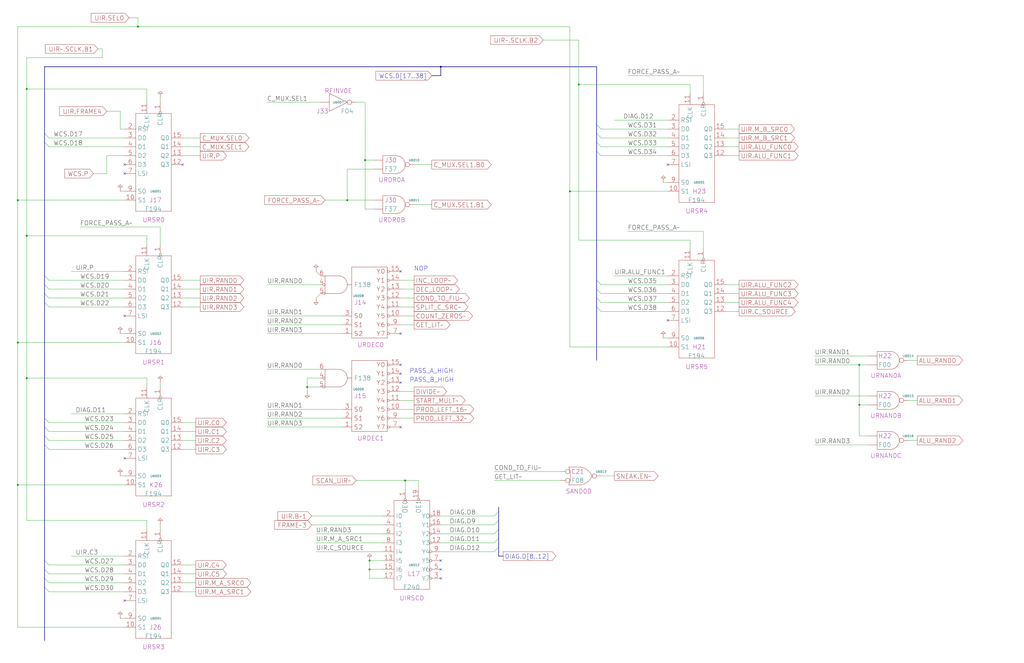
<source format=kicad_sch>
(kicad_sch (version 20230121) (generator eeschema)
  (paper "User" 584.2 378.46)
  (title_block (title "WRITABLE CONTROL STORE\\nMICRO INSTRUCTION REGISTER") (date "22-MAR-90") (rev "1.0") (comment 1 "VALUE") (comment 2 "232-003063") (comment 3 "S400") (comment 4 "RELEASED"))
  (lib_symbols
    (symbol "r1000:F00" (pin_numbers hide) (pin_names hide)
      (property "Reference" "U" (at 15.24 0 0))
      (property "Value" "F00" (at 1.905 -5.08 0))
      (property "Location" "___" (at 1.905 0 0))
      (property "Name" "______" (at 2.54 -12.7 0))
      (symbol "F00_0_1"
        (polyline (pts (xy -2.54 -7.62) (xy 5.08 -7.62)) (stroke (width 0.1524)))
        (polyline (pts (xy -2.54 2.54) (xy -2.54 -7.62)) (stroke (width 0.1524)))
        (polyline (pts (xy -2.54 2.54) (xy 5.08 2.54)) (stroke (width 0.1524)))
        (arc (start 5.08 -7.62) (mid 10.1282 -2.54) (end 5.08 2.54) (stroke (width 0.1524)))
        (circle (center 11.43 -2.54) (radius 1.27) (stroke (width 0.1524)))
      )
      (symbol "F00_0_2"
        (circle (center -3.81 -5.08) (radius 1.27) (stroke (width 0.1524)))
        (circle (center -3.81 0) (radius 1.27) (stroke (width 0.1524)))
        (arc (start -3.175 -7.62) (mid -2.134 -2.54) (end -3.175 2.54) (stroke (width 0.1524)))
        (polyline (pts (xy -3.175 -7.62) (xy 3.81 -7.62)) (stroke (width 0.1524)))
        (polyline (pts (xy -3.175 2.54) (xy 3.81 2.54)) (stroke (width 0.1524)))
        (arc (start 3.81 -7.62) (mid 7.5855 -5.8306) (end 10.16 -2.54) (stroke (width 0.1524)))
        (arc (start 10.16 -2.54) (mid 7.5827 0.7471) (end 3.81 2.54) (stroke (width 0.1524)))
      )
      (symbol "F00_1_1"
        (pin input line (at -7.62 0 0) (length 5.08) (name "D0") (number "1"))
        (pin input line (at -7.62 -5.08 0) (length 5.08) (name "D1") (number "2"))
        (pin output line (at 15.24 -2.54 180) (length 2.54) (name "Q") (number "3"))
      )
      (symbol "F00_1_2"
        (pin input line (at -7.62 0 0) (length 2.54) (name "D0") (number "1"))
        (pin input line (at -7.62 -5.08 0) (length 2.54) (name "D1") (number "2"))
        (pin output line (at 15.24 -2.54 180) (length 5.08) (name "Q") (number "3"))
      )
    )
    (symbol "r1000:F04" (pin_numbers hide) (pin_names hide)
      (property "Reference" "U" (at 0 0 0))
      (property "Value" "F04" (at 1.27 -5.08 0))
      (property "Location" "___" (at -12.7 -5.08 0))
      (property "Name" "______" (at 0 5.08 0))
      (symbol "F04_0_1"
        (polyline (pts (xy -7.62 0) (xy -5.08 0)) (stroke (width 0.1524)))
        (polyline (pts (xy -5.08 5.08) (xy -5.08 -5.08)) (stroke (width 0.1524)))
        (polyline (pts (xy 5.08 0) (xy -5.08 -5.08)) (stroke (width 0.1524)))
        (polyline (pts (xy 5.08 0) (xy -5.08 5.08)) (stroke (width 0.1524)))
        (circle (center 6.35 0) (radius 1.27) (stroke (width 0.1524)))
      )
      (symbol "F04_1_1"
        (pin input line (at -10.16 0 0) (length 2.54) (name "D0") (number "1"))
        (pin output line (at 10.16 0 180) (length 2.54) (name "Q") (number "2"))
      )
    )
    (symbol "r1000:F08" (pin_numbers hide) (pin_names hide)
      (property "Reference" "U" (at 15.24 0 0))
      (property "Value" "F08" (at 1.905 -5.08 0))
      (property "Location" "___" (at 1.905 0 0))
      (property "Name" "______" (at 2.54 -12.7 0))
      (symbol "F08_0_1"
        (polyline (pts (xy -2.54 -7.62) (xy 5.08 -7.62)) (stroke (width 0.1524)))
        (polyline (pts (xy -2.54 2.54) (xy -2.54 -7.62)) (stroke (width 0.1524)))
        (polyline (pts (xy -2.54 2.54) (xy 5.08 2.54)) (stroke (width 0.1524)))
        (arc (start 5.08 -7.62) (mid 10.1282 -2.54) (end 5.08 2.54) (stroke (width 0.1524)))
      )
      (symbol "F08_0_2"
        (circle (center -3.81 -5.08) (radius 1.27) (stroke (width 0.1524)))
        (circle (center -3.81 0) (radius 1.27) (stroke (width 0.1524)))
        (arc (start -3.175 -7.62) (mid -2.134 -2.54) (end -3.175 2.54) (stroke (width 0.1524)))
        (polyline (pts (xy -3.175 -7.62) (xy 3.81 -7.62)) (stroke (width 0.1524)))
        (polyline (pts (xy -3.175 2.54) (xy 3.81 2.54)) (stroke (width 0.1524)))
        (arc (start 3.81 -7.62) (mid 7.5855 -5.8306) (end 10.16 -2.54) (stroke (width 0.1524)))
        (arc (start 10.16 -2.54) (mid 7.5827 0.7471) (end 3.81 2.54) (stroke (width 0.1524)))
        (circle (center 11.43 -2.54) (radius 1.27) (stroke (width 0.1524)))
      )
      (symbol "F08_1_1"
        (pin input line (at -7.62 0 0) (length 5.08) (name "D0") (number "1"))
        (pin input line (at -7.62 -5.08 0) (length 5.08) (name "D1") (number "2"))
        (pin output line (at 15.24 -2.54 180) (length 5.08) (name "Q") (number "3"))
      )
      (symbol "F08_1_2"
        (pin input line (at -7.62 0 0) (length 2.54) (name "D0") (number "1"))
        (pin input line (at -7.62 -5.08 0) (length 2.54) (name "D1") (number "2"))
        (pin output line (at 15.24 -2.54 180) (length 2.54) (name "Q") (number "3"))
      )
    )
    (symbol "r1000:F138" (pin_names (offset 1.016) hide)
      (property "Reference" "U" (at 1.27 3.81 0))
      (property "Value" "F138" (at -1.27 10.16 0))
      (property "Location" "___" (at -1.27 0 0))
      (property "Name" "______" (at 8.255 -24.13 0))
      (symbol "F138_0_0"
        (arc (start -10.16 5.08) (mid -6.5679 6.5679) (end -5.08 10.16) (stroke (width 0.1524)))
        (arc (start -5.08 10.16) (mid -6.5679 13.7521) (end -10.16 15.24) (stroke (width 0.1524)))
        (polyline (pts (xy -17.78 5.08) (xy -10.16 5.08)) (stroke (width 0.1524)))
        (polyline (pts (xy -17.78 15.24) (xy -10.16 15.24)) (stroke (width 0.1524)))
      )
      (symbol "F138_0_1"
        (circle (center -18.415 5.08) (radius 0.635) (stroke (width 0.1524)))
        (circle (center -18.415 10.16) (radius 0.635) (stroke (width 0.1524)))
        (rectangle (start -2.54 20.32) (end 17.78 -20.32) (stroke (width 0.1524)))
        (polyline (pts (xy -19.05 15.24) (xy -17.78 15.24)) (stroke (width 0.1524)))
        (polyline (pts (xy -17.78 15.24) (xy -17.78 5.08)) (stroke (width 0.1524)))
        (polyline (pts (xy -2.54 10.16) (xy -5.08 10.16)) (stroke (width 0.1524)))
      )
      (symbol "F138_1_1"
        (circle (center 18.415 -17.78) (radius 0.635))
        (circle (center 18.415 -12.7) (radius 0.635))
        (circle (center 18.415 -7.62) (radius 0.635))
        (circle (center 18.415 -2.54) (radius 0.635))
        (circle (center 18.415 2.54) (radius 0.635))
        (circle (center 18.415 7.62) (radius 0.635))
        (circle (center 18.415 12.7) (radius 0.635))
        (circle (center 18.415 17.78) (radius 0.635))
        (text "0" (at 2.54 -7.62 0) (effects (font (size 2.54 2.54))))
        (text "0" (at 15.24 17.78 0) (effects (font (size 2.54 2.54))))
        (text "1" (at 2.54 -12.7 0) (effects (font (size 2.54 2.54))))
        (text "1" (at 15.24 12.7 0) (effects (font (size 2.54 2.54))))
        (text "2" (at 2.54 -17.78 0) (effects (font (size 2.54 2.54))))
        (text "2" (at 15.24 7.62 0) (effects (font (size 2.54 2.54))))
        (text "3" (at 15.24 2.54 0) (effects (font (size 2.54 2.54))))
        (text "4" (at 15.24 -2.54 0) (effects (font (size 2.54 2.54))))
        (text "5" (at 15.24 -7.62 0) (effects (font (size 2.54 2.54))))
        (text "6" (at 15.24 -12.7 0) (effects (font (size 2.54 2.54))))
        (text "7" (at 15.24 -17.78 0) (effects (font (size 2.54 2.54))))
        (text "S" (at 0 -17.78 0) (effects (font (size 2.54 2.54))))
        (text "S" (at 0 -12.7 0) (effects (font (size 2.54 2.54))))
        (text "S" (at 0 -7.62 0) (effects (font (size 2.54 2.54))))
        (text "Y" (at 12.7 -17.78 0) (effects (font (size 2.54 2.54))))
        (text "Y" (at 12.7 -12.7 0) (effects (font (size 2.54 2.54))))
        (text "Y" (at 12.7 -7.62 0) (effects (font (size 2.54 2.54))))
        (text "Y" (at 12.7 -2.54 0) (effects (font (size 2.54 2.54))))
        (text "Y" (at 12.7 2.54 0) (effects (font (size 2.54 2.54))))
        (text "Y" (at 12.7 7.62 0) (effects (font (size 2.54 2.54))))
        (text "Y" (at 12.7 12.7 0) (effects (font (size 2.54 2.54))))
        (text "Y" (at 12.7 17.78 0) (effects (font (size 2.54 2.54))))
        (pin input line (at -7.62 -17.78 0) (length 5.08) (name "S2") (number "1"))
        (pin output line (at 25.4 -7.62 180) (length 6.35) (name "Y5_") (number "10"))
        (pin output line (at 25.4 -2.54 180) (length 6.35) (name "Y4_") (number "11"))
        (pin output line (at 25.4 2.54 180) (length 6.35) (name "Y3_") (number "12"))
        (pin output line (at 25.4 7.62 180) (length 6.35) (name "Y2_") (number "13"))
        (pin output line (at 25.4 12.7 180) (length 6.35) (name "Y1_") (number "14"))
        (pin output line (at 25.4 17.78 180) (length 6.35) (name "Y0_") (number "15"))
        (pin input line (at -7.62 -12.7 0) (length 5.08) (name "S1") (number "2"))
        (pin input line (at -7.62 -7.62 0) (length 5.08) (name "S0") (number "3"))
        (pin input line (at -20.32 10.16 0) (length 1.27) (name "D1") (number "4"))
        (pin input line (at -20.32 5.08 0) (length 1.27) (name "D2") (number "5"))
        (pin input line (at -20.32 15.24 0) (length 1.27) (name "D0") (number "6"))
        (pin output line (at 25.4 -17.78 180) (length 6.35) (name "Y7_") (number "7"))
        (pin output line (at 25.4 -12.7 180) (length 6.35) (name "Y6_") (number "9"))
      )
    )
    (symbol "r1000:F194" (pin_names (offset 1.016))
      (property "Reference" "U" (at 2.54 5.08 0))
      (property "Value" "F194" (at -3.81 -5.08 0))
      (property "Location" "___" (at -1.27 0 0))
      (property "Name" "______" (at 1.27 -12.7 0))
      (symbol "F194_1_1"
        (rectangle (start -8.89 49.53) (end 11.43 -6.35))
        (circle (center 5.08 50.165) (radius 0.635))
        (pin input line (at 5.08 55.88 270) (length 5.08) (name "CLR") (number "1"))
        (pin input line (at -15.24 0 0) (length 6.35) (name "S1") (number "10"))
        (pin input line (at -2.54 55.88 270) (length 6.35) (name "CLK") (number "11"))
        (pin output line (at 17.78 20.32 180) (length 6.35) (name "Q3") (number "12"))
        (pin output line (at 17.78 25.4 180) (length 6.35) (name "Q2") (number "13"))
        (pin output line (at 17.78 30.48 180) (length 6.35) (name "Q1") (number "14"))
        (pin output line (at 17.78 35.56 180) (length 6.35) (name "Q0") (number "15"))
        (pin input line (at -15.24 40.64 0) (length 6.35) (name "RSI") (number "2"))
        (pin input line (at -15.24 35.56 0) (length 6.35) (name "D0") (number "3"))
        (pin input line (at -15.24 30.48 0) (length 6.35) (name "D1") (number "4"))
        (pin input line (at -15.24 25.4 0) (length 6.35) (name "D2") (number "5"))
        (pin input line (at -15.24 20.32 0) (length 6.35) (name "D3") (number "6"))
        (pin input line (at -15.24 15.24 0) (length 6.35) (name "LSI") (number "7"))
        (pin input line (at -15.24 5.08 0) (length 6.35) (name "S0") (number "9"))
      )
    )
    (symbol "r1000:F240" (pin_names (offset 1.016))
      (property "Reference" "U" (at 2.54 5.08 0))
      (property "Value" "F240" (at -3.81 -7.62 0))
      (property "Location" "___" (at -1.27 0 0))
      (property "Name" "______" (at 1.27 -15.24 0))
      (symbol "F240_1_1"
        (rectangle (start -8.89 41.91) (end 11.43 -8.89))
        (circle (center -2.54 42.545) (radius 0.635))
        (circle (center 5.08 42.545) (radius 0.635))
        (circle (center 12.065 -2.54) (radius 0.635))
        (circle (center 12.065 2.54) (radius 0.635))
        (circle (center 12.065 7.62) (radius 0.635))
        (circle (center 12.065 12.7) (radius 0.635))
        (circle (center 12.065 17.78) (radius 0.635))
        (circle (center 12.065 22.86) (radius 0.635))
        (circle (center 12.065 27.94) (radius 0.635))
        (circle (center 12.065 33.02) (radius 0.635))
        (pin input line (at -2.54 48.26 270) (length 5.08) (name "OE0") (number "1"))
        (pin input line (at -15.24 12.7 0) (length 6.35) (name "I4") (number "11"))
        (pin tri_state line (at 17.78 17.78 180) (length 5.08) (name "Y3") (number "12"))
        (pin input line (at -15.24 7.62 0) (length 6.35) (name "I5") (number "13"))
        (pin tri_state line (at 17.78 22.86 180) (length 5.08) (name "Y2") (number "14"))
        (pin input line (at -15.24 2.54 0) (length 6.35) (name "I6") (number "15"))
        (pin tri_state line (at 17.78 27.94 180) (length 5.08) (name "Y1") (number "16"))
        (pin input line (at -15.24 -2.54 0) (length 6.35) (name "I7") (number "17"))
        (pin tri_state line (at 17.78 33.02 180) (length 5.08) (name "Y0") (number "18"))
        (pin input line (at 5.08 48.26 270) (length 5.08) (name "OE1") (number "19"))
        (pin input line (at -15.24 33.02 0) (length 6.35) (name "I0") (number "2"))
        (pin tri_state line (at 17.78 -2.54 180) (length 5.08) (name "Y7") (number "3"))
        (pin input line (at -15.24 27.94 0) (length 6.35) (name "I1") (number "4"))
        (pin tri_state line (at 17.78 2.54 180) (length 5.08) (name "Y6") (number "5"))
        (pin input line (at -15.24 22.86 0) (length 6.35) (name "I2") (number "6"))
        (pin tri_state line (at 17.78 7.62 180) (length 5.08) (name "Y5") (number "7"))
        (pin input line (at -15.24 17.78 0) (length 6.35) (name "I3") (number "8"))
        (pin tri_state line (at 17.78 12.7 180) (length 5.08) (name "Y4") (number "9"))
      )
    )
    (symbol "r1000:F37" (pin_numbers hide) (pin_names (offset 0) hide)
      (property "Reference" "U" (at 15.24 0 0))
      (property "Value" "F37" (at 1.905 -5.08 0))
      (property "Location" "___" (at 1.905 0 0))
      (property "Name" "______" (at 2.54 -12.7 0))
      (symbol "F37_0_1"
        (polyline (pts (xy -2.54 -7.62) (xy 5.08 -7.62)) (stroke (width 0.1524)))
        (polyline (pts (xy -2.54 2.54) (xy -2.54 -7.62)) (stroke (width 0.1524)))
        (polyline (pts (xy -2.54 2.54) (xy 5.08 2.54)) (stroke (width 0.1524)))
        (arc (start 5.08 -7.62) (mid 10.1282 -2.54) (end 5.08 2.54) (stroke (width 0.1524)))
        (circle (center 11.43 -2.54) (radius 1.27) (stroke (width 0.1524)))
      )
      (symbol "F37_0_2"
        (circle (center -3.81 -5.08) (radius 1.27) (stroke (width 0.1524)))
        (circle (center -3.81 0) (radius 1.27) (stroke (width 0.1524)))
        (arc (start -3.175 -7.62) (mid -2.134 -2.54) (end -3.175 2.54) (stroke (width 0.1524)))
        (polyline (pts (xy -3.175 -7.62) (xy 3.81 -7.62)) (stroke (width 0.1524)))
        (polyline (pts (xy -3.175 2.54) (xy 3.81 2.54)) (stroke (width 0.1524)))
        (arc (start 3.81 -7.62) (mid 7.5855 -5.8306) (end 10.16 -2.54) (stroke (width 0.1524)))
        (arc (start 10.16 -2.54) (mid 7.5827 0.7471) (end 3.81 2.54) (stroke (width 0.1524)))
      )
      (symbol "F37_1_1"
        (pin input line (at -7.62 0 0) (length 5.08) (name "D0") (number "1"))
        (pin input line (at -7.62 -5.08 0) (length 5.08) (name "D1") (number "2"))
        (pin output line (at 15.24 -2.54 180) (length 2.54) (name "Q") (number "3"))
      )
      (symbol "F37_1_2"
        (pin input line (at -7.62 0 0) (length 2.54) (name "D0") (number "1"))
        (pin input line (at -7.62 -5.08 0) (length 2.54) (name "D1") (number "2"))
        (pin output line (at 15.24 -2.54 180) (length 5.08) (name "Q") (number "3"))
      )
    )
    (symbol "r1000:PD" (power) (pin_numbers hide) (pin_names hide) (in_bom no)
      (symbol "PD_0_1"
        (polyline (pts (xy 0 -2.54) (xy 1.27 -2.54) (xy 0 -3.81) (xy -1.27 -2.54) (xy 0 -2.54)) (stroke (width 0.1524)))
      )
      (symbol "PD_1_1"
        (pin power_in line (at 0 0 270) (length 2.54) (name "PD") (number "1"))
      )
    )
    (symbol "r1000:PU" (power) (pin_numbers hide) (pin_names hide)
      (symbol "PU_0_1"
        (polyline (pts (xy 0 2.54) (xy -1.27 2.54) (xy 0 3.81) (xy 1.27 2.54) (xy 0 2.54)) (stroke (width 0.1524)))
      )
      (symbol "PU_1_1"
        (pin power_in line (at 0 0 90) (length 2.54) (name "PU") (number "1"))
      )
    )
  )
  (junction (at 325.12 109.22))
  (junction (at 208.28 91.44))
  (junction (at 490.22 208.28))
  (junction (at 10.16 195.58))
  (junction (at 10.16 276.86))
  (junction (at 251.46 38.1))
  (junction (at 330.2 48.26))
  (junction (at 210.82 325.12))
  (junction (at 10.16 114.3))
  (junction (at 490.22 231.14))
  (junction (at 210.82 320.04))
  (junction (at 15.24 134.62))
  (junction (at 198.12 114.3))
  (junction (at 175.26 220.98))
  (junction (at 231.14 274.32))
  (junction (at 15.24 50.8))
  (junction (at 15.24 215.9))
  (junction (at 78.74 15.24))
  (no_connect (at 251.46 320.04))
  (no_connect (at 71.12 93.98))
  (no_connect (at 71.12 342.9))
  (no_connect (at 228.6 218.44))
  (no_connect (at 71.12 99.06))
  (no_connect (at 228.6 208.28))
  (no_connect (at 71.12 261.62))
  (no_connect (at 381 182.88))
  (no_connect (at 251.46 325.12))
  (no_connect (at 71.12 180.34))
  (no_connect (at 228.6 190.5))
  (no_connect (at 228.6 213.36))
  (no_connect (at 251.46 330.2))
  (no_connect (at 228.6 243.84))
  (no_connect (at 381 93.98))
  (no_connect (at 228.6 154.94))
  (no_connect (at 104.14 93.98))
  (bus_entry (at 25.4 81.28) (size 2.54 2.54))
  (bus_entry (at 284.48 297.18) (size -2.54 2.54))
  (bus_entry (at 25.4 162.56) (size 2.54 2.54))
  (bus_entry (at 25.4 167.64) (size 2.54 2.54))
  (bus_entry (at 25.4 248.92) (size 2.54 2.54))
  (bus_entry (at 340.36 160.02) (size 2.54 2.54))
  (bus_entry (at 284.48 302.26) (size -2.54 2.54))
  (bus_entry (at 25.4 335.28) (size 2.54 2.54))
  (bus_entry (at 25.4 238.76) (size 2.54 2.54))
  (bus_entry (at 25.4 330.2) (size 2.54 2.54))
  (bus_entry (at 284.48 292.1) (size -2.54 2.54))
  (bus_entry (at 340.36 86.36) (size 2.54 2.54))
  (bus_entry (at 25.4 243.84) (size 2.54 2.54))
  (bus_entry (at 25.4 325.12) (size 2.54 2.54))
  (bus_entry (at 340.36 170.18) (size 2.54 2.54))
  (bus_entry (at 284.48 312.42) (size -2.54 2.54))
  (bus_entry (at 340.36 81.28) (size 2.54 2.54))
  (bus_entry (at 340.36 175.26) (size 2.54 2.54))
  (bus_entry (at 25.4 76.2) (size 2.54 2.54))
  (bus_entry (at 340.36 76.2) (size 2.54 2.54))
  (bus_entry (at 25.4 157.48) (size 2.54 2.54))
  (bus_entry (at 340.36 71.12) (size 2.54 2.54))
  (bus_entry (at 284.48 307.34) (size -2.54 2.54))
  (bus_entry (at 25.4 320.04) (size 2.54 2.54))
  (bus_entry (at 25.4 172.72) (size 2.54 2.54))
  (bus_entry (at 340.36 165.1) (size 2.54 2.54))
  (bus_entry (at 25.4 254) (size 2.54 2.54))
  (bus (pts (xy 251.46 43.18) (xy 251.46 38.1)))
  (wire (pts (xy 342.9 78.74) (xy 381 78.74)))
  (wire (pts (xy 27.94 241.3) (xy 71.12 241.3)))
  (bus (pts (xy 284.48 302.26) (xy 284.48 307.34)))
  (wire (pts (xy 180.34 309.88) (xy 218.44 309.88)))
  (wire (pts (xy 203.2 58.42) (xy 208.28 58.42)))
  (bus (pts (xy 25.4 325.12) (xy 25.4 330.2)))
  (bus (pts (xy 284.48 307.34) (xy 284.48 312.42)))
  (wire (pts (xy 208.28 91.44) (xy 213.36 91.44)))
  (wire (pts (xy 281.94 274.32) (xy 320.04 274.32)))
  (wire (pts (xy 177.8 294.64) (xy 218.44 294.64)))
  (wire (pts (xy 210.82 325.12) (xy 210.82 320.04)))
  (wire (pts (xy 182.88 167.64) (xy 180.34 170.18)))
  (wire (pts (xy 152.4 185.42) (xy 195.58 185.42)))
  (wire (pts (xy 238.76 274.32) (xy 238.76 279.4)))
  (wire (pts (xy 27.94 160.02) (xy 71.12 160.02)))
  (wire (pts (xy 378.46 104.14) (xy 381 104.14)))
  (wire (pts (xy 83.82 139.7) (xy 83.82 134.62)))
  (wire (pts (xy 55.88 27.94) (xy 58.42 27.94)))
  (bus (pts (xy 284.48 297.18) (xy 284.48 302.26)))
  (bus (pts (xy 251.46 38.1) (xy 340.36 38.1)))
  (wire (pts (xy 152.4 180.34) (xy 195.58 180.34)))
  (wire (pts (xy 152.4 190.5) (xy 195.58 190.5)))
  (wire (pts (xy 104.14 241.3) (xy 111.76 241.3)))
  (wire (pts (xy 342.9 271.78) (xy 350.52 271.78)))
  (wire (pts (xy 518.16 205.74) (xy 523.24 205.74)))
  (bus (pts (xy 340.36 76.2) (xy 340.36 81.28)))
  (bus (pts (xy 25.4 335.28) (xy 25.4 365.76)))
  (wire (pts (xy 91.44 299.72) (xy 91.44 302.26)))
  (bus (pts (xy 25.4 172.72) (xy 25.4 238.76)))
  (wire (pts (xy 490.22 231.14) (xy 495.3 231.14)))
  (wire (pts (xy 228.6 185.42) (xy 236.22 185.42)))
  (wire (pts (xy 104.14 337.82) (xy 111.76 337.82)))
  (bus (pts (xy 25.4 38.1) (xy 25.4 76.2)))
  (wire (pts (xy 342.9 83.82) (xy 381 83.82)))
  (wire (pts (xy 152.4 210.82) (xy 182.88 210.82)))
  (wire (pts (xy 15.24 33.02) (xy 15.24 50.8)))
  (wire (pts (xy 342.9 88.9) (xy 381 88.9)))
  (wire (pts (xy 208.28 58.42) (xy 208.28 91.44)))
  (wire (pts (xy 213.36 96.52) (xy 198.12 96.52)))
  (wire (pts (xy 60.96 88.9) (xy 71.12 88.9)))
  (wire (pts (xy 27.94 83.82) (xy 71.12 83.82)))
  (wire (pts (xy 228.6 170.18) (xy 236.22 170.18)))
  (wire (pts (xy 228.6 175.26) (xy 236.22 175.26)))
  (wire (pts (xy 350.52 68.58) (xy 381 68.58)))
  (wire (pts (xy 518.16 228.6) (xy 523.24 228.6)))
  (bus (pts (xy 340.36 175.26) (xy 340.36 205.74)))
  (wire (pts (xy 104.14 88.9) (xy 114.3 88.9)))
  (wire (pts (xy 228.6 228.6) (xy 236.22 228.6)))
  (wire (pts (xy 309.88 22.86) (xy 330.2 22.86)))
  (wire (pts (xy 91.44 55.88) (xy 91.44 58.42)))
  (wire (pts (xy 325.12 109.22) (xy 325.12 198.12)))
  (wire (pts (xy 180.34 314.96) (xy 218.44 314.96)))
  (bus (pts (xy 25.4 248.92) (xy 25.4 254)))
  (wire (pts (xy 104.14 251.46) (xy 111.76 251.46)))
  (wire (pts (xy 152.4 58.42) (xy 182.88 58.42)))
  (wire (pts (xy 15.24 215.9) (xy 83.82 215.9)))
  (wire (pts (xy 236.22 93.98) (xy 246.38 93.98)))
  (wire (pts (xy 228.6 160.02) (xy 236.22 160.02)))
  (wire (pts (xy 68.58 190.5) (xy 71.12 190.5)))
  (wire (pts (xy 401.32 132.08) (xy 401.32 142.24)))
  (wire (pts (xy 330.2 48.26) (xy 330.2 22.86)))
  (wire (pts (xy 208.28 91.44) (xy 208.28 119.38)))
  (wire (pts (xy 91.44 129.54) (xy 91.44 139.7)))
  (wire (pts (xy 325.12 109.22) (xy 381 109.22)))
  (wire (pts (xy 251.46 304.8) (xy 281.94 304.8)))
  (wire (pts (xy 60.96 99.06) (xy 60.96 88.9)))
  (wire (pts (xy 68.58 63.5) (xy 68.58 73.66)))
  (bus (pts (xy 25.4 157.48) (xy 25.4 162.56)))
  (wire (pts (xy 58.42 27.94) (xy 58.42 33.02)))
  (wire (pts (xy 358.14 132.08) (xy 401.32 132.08)))
  (wire (pts (xy 45.72 129.54) (xy 91.44 129.54)))
  (wire (pts (xy 175.26 220.98) (xy 182.88 220.98)))
  (wire (pts (xy 210.82 325.12) (xy 218.44 325.12)))
  (wire (pts (xy 10.16 276.86) (xy 71.12 276.86)))
  (wire (pts (xy 175.26 223.52) (xy 175.26 220.98)))
  (wire (pts (xy 358.14 43.18) (xy 401.32 43.18)))
  (wire (pts (xy 152.4 233.68) (xy 195.58 233.68)))
  (wire (pts (xy 236.22 116.84) (xy 246.38 116.84)))
  (bus (pts (xy 25.4 81.28) (xy 25.4 157.48)))
  (wire (pts (xy 68.58 109.22) (xy 71.12 109.22)))
  (wire (pts (xy 464.82 226.06) (xy 495.3 226.06)))
  (wire (pts (xy 251.46 309.88) (xy 281.94 309.88)))
  (wire (pts (xy 175.26 215.9) (xy 182.88 215.9)))
  (bus (pts (xy 340.36 170.18) (xy 340.36 175.26)))
  (wire (pts (xy 27.94 322.58) (xy 71.12 322.58)))
  (wire (pts (xy 104.14 78.74) (xy 114.3 78.74)))
  (bus (pts (xy 25.4 243.84) (xy 25.4 248.92)))
  (wire (pts (xy 27.94 251.46) (xy 71.12 251.46)))
  (wire (pts (xy 414.02 172.72) (xy 421.64 172.72)))
  (wire (pts (xy 185.42 114.3) (xy 198.12 114.3)))
  (wire (pts (xy 325.12 15.24) (xy 325.12 109.22)))
  (wire (pts (xy 15.24 134.62) (xy 15.24 215.9)))
  (bus (pts (xy 25.4 330.2) (xy 25.4 335.28)))
  (wire (pts (xy 342.9 167.64) (xy 381 167.64)))
  (wire (pts (xy 27.94 170.18) (xy 71.12 170.18)))
  (wire (pts (xy 330.2 137.16) (xy 393.7 137.16)))
  (wire (pts (xy 15.24 50.8) (xy 83.82 50.8)))
  (wire (pts (xy 208.28 119.38) (xy 213.36 119.38)))
  (wire (pts (xy 342.9 73.66) (xy 381 73.66)))
  (wire (pts (xy 393.7 142.24) (xy 393.7 137.16)))
  (wire (pts (xy 495.3 248.92) (xy 490.22 248.92)))
  (bus (pts (xy 284.48 289.56) (xy 284.48 292.1)))
  (bus (pts (xy 284.48 292.1) (xy 284.48 297.18)))
  (wire (pts (xy 15.24 215.9) (xy 15.24 297.18)))
  (wire (pts (xy 414.02 78.74) (xy 421.64 78.74)))
  (wire (pts (xy 68.58 271.78) (xy 71.12 271.78)))
  (wire (pts (xy 15.24 50.8) (xy 15.24 134.62)))
  (wire (pts (xy 10.16 358.14) (xy 10.16 276.86)))
  (wire (pts (xy 152.4 162.56) (xy 182.88 162.56)))
  (wire (pts (xy 104.14 322.58) (xy 111.76 322.58)))
  (wire (pts (xy 228.6 165.1) (xy 236.22 165.1)))
  (wire (pts (xy 342.9 162.56) (xy 381 162.56)))
  (wire (pts (xy 83.82 220.98) (xy 83.82 215.9)))
  (wire (pts (xy 10.16 276.86) (xy 10.16 195.58)))
  (wire (pts (xy 414.02 162.56) (xy 421.64 162.56)))
  (wire (pts (xy 490.22 248.92) (xy 490.22 231.14)))
  (wire (pts (xy 231.14 274.32) (xy 238.76 274.32)))
  (wire (pts (xy 464.82 203.2) (xy 495.3 203.2)))
  (bus (pts (xy 284.48 317.5) (xy 287.02 317.5)))
  (wire (pts (xy 27.94 78.74) (xy 71.12 78.74)))
  (bus (pts (xy 25.4 76.2) (xy 25.4 81.28)))
  (wire (pts (xy 228.6 180.34) (xy 236.22 180.34)))
  (bus (pts (xy 340.36 86.36) (xy 340.36 160.02)))
  (wire (pts (xy 228.6 238.76) (xy 236.22 238.76)))
  (bus (pts (xy 25.4 38.1) (xy 251.46 38.1)))
  (wire (pts (xy 58.42 33.02) (xy 15.24 33.02)))
  (wire (pts (xy 78.74 15.24) (xy 325.12 15.24)))
  (wire (pts (xy 490.22 231.14) (xy 490.22 208.28)))
  (wire (pts (xy 228.6 223.52) (xy 236.22 223.52)))
  (wire (pts (xy 27.94 246.38) (xy 71.12 246.38)))
  (wire (pts (xy 10.16 195.58) (xy 10.16 114.3)))
  (wire (pts (xy 325.12 198.12) (xy 381 198.12)))
  (wire (pts (xy 40.64 317.5) (xy 71.12 317.5)))
  (bus (pts (xy 340.36 165.1) (xy 340.36 170.18)))
  (wire (pts (xy 27.94 165.1) (xy 71.12 165.1)))
  (wire (pts (xy 414.02 88.9) (xy 421.64 88.9)))
  (wire (pts (xy 414.02 167.64) (xy 421.64 167.64)))
  (wire (pts (xy 175.26 220.98) (xy 175.26 215.9)))
  (wire (pts (xy 40.64 154.94) (xy 71.12 154.94)))
  (wire (pts (xy 228.6 233.68) (xy 236.22 233.68)))
  (wire (pts (xy 83.82 302.26) (xy 83.82 297.18)))
  (bus (pts (xy 25.4 238.76) (xy 25.4 243.84)))
  (wire (pts (xy 198.12 114.3) (xy 213.36 114.3)))
  (wire (pts (xy 27.94 175.26) (xy 71.12 175.26)))
  (bus (pts (xy 246.38 43.18) (xy 251.46 43.18)))
  (wire (pts (xy 464.82 208.28) (xy 490.22 208.28)))
  (wire (pts (xy 53.34 99.06) (xy 60.96 99.06)))
  (wire (pts (xy 27.94 337.82) (xy 71.12 337.82)))
  (wire (pts (xy 210.82 320.04) (xy 218.44 320.04)))
  (wire (pts (xy 83.82 58.42) (xy 83.82 50.8)))
  (wire (pts (xy 393.7 53.34) (xy 393.7 48.26)))
  (bus (pts (xy 340.36 38.1) (xy 340.36 71.12)))
  (bus (pts (xy 25.4 254) (xy 25.4 320.04)))
  (wire (pts (xy 342.9 177.8) (xy 381 177.8)))
  (wire (pts (xy 378.46 193.04) (xy 381 193.04)))
  (wire (pts (xy 414.02 177.8) (xy 421.64 177.8)))
  (wire (pts (xy 251.46 299.72) (xy 281.94 299.72)))
  (wire (pts (xy 104.14 332.74) (xy 111.76 332.74)))
  (wire (pts (xy 203.2 274.32) (xy 231.14 274.32)))
  (wire (pts (xy 218.44 330.2) (xy 210.82 330.2)))
  (wire (pts (xy 91.44 218.44) (xy 91.44 220.98)))
  (wire (pts (xy 180.34 154.94) (xy 182.88 157.48)))
  (wire (pts (xy 104.14 256.54) (xy 111.76 256.54)))
  (wire (pts (xy 518.16 251.46) (xy 523.24 251.46)))
  (wire (pts (xy 104.14 246.38) (xy 111.76 246.38)))
  (wire (pts (xy 251.46 314.96) (xy 281.94 314.96)))
  (wire (pts (xy 464.82 254) (xy 495.3 254)))
  (wire (pts (xy 27.94 256.54) (xy 71.12 256.54)))
  (wire (pts (xy 414.02 73.66) (xy 421.64 73.66)))
  (wire (pts (xy 27.94 327.66) (xy 71.12 327.66)))
  (wire (pts (xy 104.14 327.66) (xy 111.76 327.66)))
  (wire (pts (xy 78.74 10.16) (xy 78.74 15.24)))
  (wire (pts (xy 330.2 48.26) (xy 393.7 48.26)))
  (bus (pts (xy 340.36 160.02) (xy 340.36 165.1)))
  (wire (pts (xy 177.8 299.72) (xy 218.44 299.72)))
  (wire (pts (xy 104.14 165.1) (xy 114.3 165.1)))
  (bus (pts (xy 25.4 162.56) (xy 25.4 167.64)))
  (wire (pts (xy 40.64 236.22) (xy 71.12 236.22)))
  (bus (pts (xy 25.4 167.64) (xy 25.4 172.72)))
  (wire (pts (xy 10.16 195.58) (xy 71.12 195.58)))
  (wire (pts (xy 15.24 134.62) (xy 83.82 134.62)))
  (wire (pts (xy 198.12 96.52) (xy 198.12 114.3)))
  (wire (pts (xy 210.82 330.2) (xy 210.82 325.12)))
  (wire (pts (xy 180.34 304.8) (xy 218.44 304.8)))
  (wire (pts (xy 10.16 15.24) (xy 78.74 15.24)))
  (wire (pts (xy 10.16 114.3) (xy 10.16 15.24)))
  (wire (pts (xy 60.96 63.5) (xy 68.58 63.5)))
  (wire (pts (xy 104.14 170.18) (xy 114.3 170.18)))
  (wire (pts (xy 152.4 238.76) (xy 195.58 238.76)))
  (wire (pts (xy 342.9 172.72) (xy 381 172.72)))
  (wire (pts (xy 104.14 83.82) (xy 114.3 83.82)))
  (wire (pts (xy 73.66 10.16) (xy 78.74 10.16)))
  (wire (pts (xy 330.2 137.16) (xy 330.2 48.26)))
  (wire (pts (xy 350.52 157.48) (xy 381 157.48)))
  (wire (pts (xy 104.14 160.02) (xy 114.3 160.02)))
  (wire (pts (xy 68.58 353.06) (xy 71.12 353.06)))
  (wire (pts (xy 10.16 114.3) (xy 71.12 114.3)))
  (wire (pts (xy 231.14 274.32) (xy 231.14 279.4)))
  (bus (pts (xy 340.36 81.28) (xy 340.36 86.36)))
  (wire (pts (xy 15.24 297.18) (xy 83.82 297.18)))
  (wire (pts (xy 414.02 83.82) (xy 421.64 83.82)))
  (wire (pts (xy 10.16 358.14) (xy 71.12 358.14)))
  (bus (pts (xy 25.4 320.04) (xy 25.4 325.12)))
  (wire (pts (xy 68.58 73.66) (xy 71.12 73.66)))
  (wire (pts (xy 152.4 243.84) (xy 195.58 243.84)))
  (wire (pts (xy 104.14 175.26) (xy 114.3 175.26)))
  (wire (pts (xy 251.46 294.64) (xy 281.94 294.64)))
  (wire (pts (xy 401.32 43.18) (xy 401.32 53.34)))
  (wire (pts (xy 27.94 332.74) (xy 71.12 332.74)))
  (bus (pts (xy 284.48 312.42) (xy 284.48 317.5)))
  (wire (pts (xy 281.94 269.24) (xy 320.04 269.24)))
  (wire (pts (xy 490.22 208.28) (xy 495.3 208.28)))
  (bus (pts (xy 340.36 71.12) (xy 340.36 76.2)))
  (text "PASS_A_HIGH\n" (at 233.68 213.36 0) (effects (font (size 2.54 2.54)) (justify left bottom)))
  (text "NOP\n" (at 236.22 154.94 0) (effects (font (size 2.54 2.54)) (justify left bottom)))
  (text "PASS_B_HIGH\n" (at 233.68 218.44 0) (effects (font (size 2.54 2.54)) (justify left bottom)))
  (label "WCS.D33" (at 358.14 83.82 0) (effects (font (size 2.54 2.54))))
  (label "UIR.RAND3" (at 152.4 243.84 0) (effects (font (size 2.54 2.54))))
  (label "UIR.RAND0" (at 152.4 210.82 0) (effects (font (size 2.54 2.54))))
  (label "UIR.RAND1" (at 464.82 203.2 0) (effects (font (size 2.54 2.54))))
  (label "UIR.C3" (at 43.18 317.5 0) (effects (font (size 2.54 2.54))))
  (label "DIAG.D9" (at 256.54 299.72 0) (effects (font (size 2.54 2.54))))
  (label "WCS.D18" (at 30.48 83.82 0) (effects (font (size 2.54 2.54))))
  (label "WCS.D32" (at 358.14 78.74 0) (effects (font (size 2.54 2.54))))
  (label "WCS.D20" (at 45.72 165.1 0) (effects (font (size 2.54 2.54))))
  (label "DIAG.D10" (at 256.54 304.8 0) (effects (font (size 2.54 2.54))))
  (label "DIAG.D12" (at 355.6 68.58 0) (effects (font (size 2.54 2.54))))
  (label "UIR.RAND3" (at 180.34 304.8 0) (effects (font (size 2.54 2.54))))
  (label "WCS.D26" (at 48.26 256.54 0) (effects (font (size 2.54 2.54))))
  (label "WCS.D28" (at 48.26 327.66 0) (effects (font (size 2.54 2.54))))
  (label "UIR.P" (at 43.18 154.94 0) (effects (font (size 2.54 2.54))))
  (label "WCS.D34" (at 358.14 88.9 0) (effects (font (size 2.54 2.54))))
  (label "DIAG.D12" (at 256.54 314.96 0) (effects (font (size 2.54 2.54))))
  (label "COND_TO_FIU~" (at 281.94 269.24 0) (effects (font (size 2.54 2.54))))
  (label "WCS.D19" (at 45.72 160.02 0) (effects (font (size 2.54 2.54))))
  (label "UIR.RAND1" (at 152.4 180.34 0) (effects (font (size 2.54 2.54))))
  (label "UIR.RAND0" (at 152.4 162.56 0) (effects (font (size 2.54 2.54))))
  (label "WCS.D31" (at 358.14 73.66 0) (effects (font (size 2.54 2.54))))
  (label "UIR.RAND2" (at 464.82 226.06 0) (effects (font (size 2.54 2.54))))
  (label "GET_LIT~" (at 281.94 274.32 0) (effects (font (size 2.54 2.54))))
  (label "FORCE_PASS_A~" (at 358.14 132.08 0) (effects (font (size 2.54 2.54))))
  (label "UIR.RAND3" (at 464.82 254 0) (effects (font (size 2.54 2.54))))
  (label "WCS.D17" (at 30.48 78.74 0) (effects (font (size 2.54 2.54))))
  (label "UIR.M_A_SRC1" (at 180.34 309.88 0) (effects (font (size 2.54 2.54))))
  (label "DIAG.D11" (at 256.54 309.88 0) (effects (font (size 2.54 2.54))))
  (label "WCS.D35" (at 358.14 162.56 0) (effects (font (size 2.54 2.54))))
  (label "DIAG.D11" (at 43.18 236.22 0) (effects (font (size 2.54 2.54))))
  (label "WCS.D23" (at 48.26 241.3 0) (effects (font (size 2.54 2.54))))
  (label "WCS.D24" (at 48.26 246.38 0) (effects (font (size 2.54 2.54))))
  (label "UIR.C_SOURCE" (at 180.34 314.96 0) (effects (font (size 2.54 2.54))))
  (label "WCS.D38" (at 358.14 177.8 0) (effects (font (size 2.54 2.54))))
  (label "WCS.D22" (at 45.72 175.26 0) (effects (font (size 2.54 2.54))))
  (label "WCS.D27" (at 48.26 322.58 0) (effects (font (size 2.54 2.54))))
  (label "UIR.RAND2" (at 152.4 185.42 0) (effects (font (size 2.54 2.54))))
  (label "UIR.ALU_FUNC1" (at 350.52 157.48 0) (effects (font (size 2.54 2.54))))
  (label "WCS.D37" (at 358.14 172.72 0) (effects (font (size 2.54 2.54))))
  (label "DIAG.D8" (at 256.54 294.64 0) (effects (font (size 2.54 2.54))))
  (label "WCS.D30" (at 48.26 337.82 0) (effects (font (size 2.54 2.54))))
  (label "UIR.RAND0" (at 464.82 208.28 0) (effects (font (size 2.54 2.54))))
  (label "FORCE_PASS_A~" (at 45.72 129.54 0) (effects (font (size 2.54 2.54))))
  (label "WCS.D25" (at 48.26 251.46 0) (effects (font (size 2.54 2.54))))
  (label "UIR.RAND1" (at 152.4 233.68 0) (effects (font (size 2.54 2.54))))
  (label "WCS.D29" (at 48.26 332.74 0) (effects (font (size 2.54 2.54))))
  (label "WCS.D36" (at 358.14 167.64 0) (effects (font (size 2.54 2.54))))
  (label "UIR.RAND3" (at 152.4 190.5 0) (effects (font (size 2.54 2.54))))
  (label "UIR.RAND2" (at 152.4 238.76 0) (effects (font (size 2.54 2.54))))
  (label "FORCE_PASS_A~" (at 358.14 43.18 0) (effects (font (size 2.54 2.54))))
  (label "C_MUX.SEL1" (at 152.4 58.42 0) (effects (font (size 2.54 2.54))))
  (label "WCS.D21" (at 45.72 170.18 0) (effects (font (size 2.54 2.54))))
  (global_label "WCS.P" (shape input) (at 53.34 99.06 180) (effects (font (size 2.54 2.54))) (property "Intersheetrefs" "${INTERSHEET_REFS}" (at 36.9026 98.9013 0) (effects (font (size 1.905 1.905)) (justify right))))
  (global_label "UIR.C0" (shape output) (at 111.76 241.3 0) (effects (font (size 2.54 2.54))) (property "Intersheetrefs" "${INTERSHEET_REFS}" (at 129.165 241.1413 0) (effects (font (size 1.905 1.905)) (justify left))))
  (global_label "UIR.M_A_SRC0" (shape output) (at 111.76 332.74 0) (effects (font (size 2.54 2.54))) (property "Intersheetrefs" "${INTERSHEET_REFS}" (at 143.0746 332.5813 0) (effects (font (size 1.905 1.905)) (justify left))))
  (global_label "UIR.C4" (shape output) (at 111.76 322.58 0) (effects (font (size 2.54 2.54))) (property "Intersheetrefs" "${INTERSHEET_REFS}" (at 129.165 322.4213 0) (effects (font (size 1.905 1.905)) (justify left))))
  (global_label "C_MUX.SEL1" (shape output) (at 114.3 83.82 0) (effects (font (size 2.54 2.54))) (property "Intersheetrefs" "${INTERSHEET_REFS}" (at 141.986 83.6613 0) (effects (font (size 1.905 1.905)) (justify left))))
  (global_label "UIR.M_A_SRC1" (shape output) (at 111.76 337.82 0) (effects (font (size 2.54 2.54))) (property "Intersheetrefs" "${INTERSHEET_REFS}" (at 143.0746 337.6613 0) (effects (font (size 1.905 1.905)) (justify left))))
  (global_label "C_MUX.SEL1.B0" (shape output) (at 246.38 93.98 0) (effects (font (size 2.54 2.54))) (property "Intersheetrefs" "${INTERSHEET_REFS}" (at 280.2346 93.8213 0) (effects (font (size 1.905 1.905)) (justify left))))
  (global_label "UIR.M_B_SRC0" (shape output) (at 421.64 73.66 0) (effects (font (size 2.54 2.54))) (property "Intersheetrefs" "${INTERSHEET_REFS}" (at 453.3174 73.5013 0) (effects (font (size 1.905 1.905)) (justify left))))
  (global_label "UIR.C3" (shape output) (at 111.76 256.54 0) (effects (font (size 2.54 2.54))) (property "Intersheetrefs" "${INTERSHEET_REFS}" (at 129.165 256.3813 0) (effects (font (size 1.905 1.905)) (justify left))))
  (global_label "UIR.SEL0" (shape input) (at 73.66 10.16 180) (effects (font (size 2.54 2.54))) (property "Intersheetrefs" "${INTERSHEET_REFS}" (at 52.0216 10.0013 0) (effects (font (size 1.905 1.905)) (justify right))))
  (global_label "COUNT_ZEROS~" (shape output) (at 236.22 180.34 0) (effects (font (size 2.54 2.54))) (property "Intersheetrefs" "${INTERSHEET_REFS}" (at 269.5908 180.1813 0) (effects (font (size 1.905 1.905)) (justify left))))
  (global_label "UIR.RAND3" (shape output) (at 114.3 175.26 0) (effects (font (size 2.54 2.54))) (property "Intersheetrefs" "${INTERSHEET_REFS}" (at 139.0831 175.1013 0) (effects (font (size 1.905 1.905)) (justify left))))
  (global_label "SPLIT_C_SRC~" (shape output) (at 236.22 175.26 0) (effects (font (size 2.54 2.54))) (property "Intersheetrefs" "${INTERSHEET_REFS}" (at 266.9298 175.1013 0) (effects (font (size 1.905 1.905)) (justify left))))
  (global_label "UIR.RAND0" (shape output) (at 114.3 160.02 0) (effects (font (size 2.54 2.54))) (property "Intersheetrefs" "${INTERSHEET_REFS}" (at 139.0831 159.8613 0) (effects (font (size 1.905 1.905)) (justify left))))
  (global_label "UIR.FRAME4" (shape input) (at 60.96 63.5 180) (effects (font (size 2.54 2.54))) (property "Intersheetrefs" "${INTERSHEET_REFS}" (at 33.9997 63.3413 0) (effects (font (size 1.905 1.905)) (justify right))))
  (global_label "UIR~.SCLK.B1" (shape input) (at 55.88 27.94 180) (effects (font (size 2.54 2.54))) (property "Intersheetrefs" "${INTERSHEET_REFS}" (at 25.8959 27.7813 0) (effects (font (size 1.905 1.905)) (justify right))))
  (global_label "UIR.M_B_SRC1" (shape output) (at 421.64 78.74 0) (effects (font (size 2.54 2.54))) (property "Intersheetrefs" "${INTERSHEET_REFS}" (at 453.3174 78.5813 0) (effects (font (size 1.905 1.905)) (justify left))))
  (global_label "UIR.C_SOURCE" (shape output) (at 421.64 177.8 0) (effects (font (size 2.54 2.54))) (property "Intersheetrefs" "${INTERSHEET_REFS}" (at 453.6803 177.6413 0) (effects (font (size 1.905 1.905)) (justify left))))
  (global_label "UIR.C5" (shape output) (at 111.76 327.66 0) (effects (font (size 2.54 2.54))) (property "Intersheetrefs" "${INTERSHEET_REFS}" (at 129.165 327.5013 0) (effects (font (size 1.905 1.905)) (justify left))))
  (global_label "UIR.ALU_FUNC2" (shape output) (at 421.64 162.56 0) (effects (font (size 2.54 2.54))) (property "Intersheetrefs" "${INTERSHEET_REFS}" (at 455.3736 162.4013 0) (effects (font (size 1.905 1.905)) (justify left))))
  (global_label "UIR.P" (shape output) (at 114.3 88.9 0) (effects (font (size 2.54 2.54))) (property "Intersheetrefs" "${INTERSHEET_REFS}" (at 129.286 88.7413 0) (effects (font (size 1.905 1.905)) (justify left))))
  (global_label "UIR.ALU_FUNC1" (shape output) (at 421.64 88.9 0) (effects (font (size 2.54 2.54))) (property "Intersheetrefs" "${INTERSHEET_REFS}" (at 455.3736 88.7413 0) (effects (font (size 1.905 1.905)) (justify left))))
  (global_label "ALU_RAND2" (shape output) (at 523.24 251.46 0) (effects (font (size 2.54 2.54))) (property "Intersheetrefs" "${INTERSHEET_REFS}" (at 549.2327 251.3013 0) (effects (font (size 1.905 1.905)) (justify left))))
  (global_label "UIR.C2" (shape output) (at 111.76 251.46 0) (effects (font (size 2.54 2.54))) (property "Intersheetrefs" "${INTERSHEET_REFS}" (at 129.165 251.3013 0) (effects (font (size 1.905 1.905)) (justify left))))
  (global_label "UIR~.SCLK.B2" (shape input) (at 309.88 22.86 180) (effects (font (size 2.54 2.54))) (property "Intersheetrefs" "${INTERSHEET_REFS}" (at 279.8959 22.7013 0) (effects (font (size 1.905 1.905)) (justify right))))
  (global_label "FORCE_PASS_A~" (shape input) (at 185.42 114.3 180) (effects (font (size 2.54 2.54))) (property "Intersheetrefs" "${INTERSHEET_REFS}" (at 150.9607 114.1413 0) (effects (font (size 1.905 1.905)) (justify right))))
  (global_label "UIR.RAND1" (shape output) (at 114.3 165.1 0) (effects (font (size 2.54 2.54))) (property "Intersheetrefs" "${INTERSHEET_REFS}" (at 139.0831 164.9413 0) (effects (font (size 1.905 1.905)) (justify left))))
  (global_label "PROD_LEFT_16~" (shape output) (at 236.22 233.68 0) (effects (font (size 2.54 2.54))) (property "Intersheetrefs" "${INTERSHEET_REFS}" (at 270.3165 233.5213 0) (effects (font (size 1.905 1.905)) (justify left))))
  (global_label "COND_TO_FIU~" (shape output) (at 236.22 170.18 0) (effects (font (size 2.54 2.54))) (property "Intersheetrefs" "${INTERSHEET_REFS}" (at 267.7765 170.0213 0) (effects (font (size 1.905 1.905)) (justify left))))
  (global_label "WCS.D[17..38]" (shape input) (at 246.38 43.18 180) (effects (font (size 2.54 2.54))) (property "Intersheetrefs" "${INTERSHEET_REFS}" (at 214.4607 43.0213 0) (effects (font (size 1.905 1.905)) (justify right))))
  (global_label "SNEAK.EN~" (shape output) (at 350.52 271.78 0) (effects (font (size 2.54 2.54))) (property "Intersheetrefs" "${INTERSHEET_REFS}" (at 375.4241 271.6213 0) (effects (font (size 1.905 1.905)) (justify left))))
  (global_label "UIR.ALU_FUNC4" (shape output) (at 421.64 172.72 0) (effects (font (size 2.54 2.54))) (property "Intersheetrefs" "${INTERSHEET_REFS}" (at 455.3736 172.5613 0) (effects (font (size 1.905 1.905)) (justify left))))
  (global_label "SCAN_UIR~" (shape input) (at 203.2 274.32 180) (effects (font (size 2.54 2.54))) (property "Intersheetrefs" "${INTERSHEET_REFS}" (at 178.4169 274.1613 0) (effects (font (size 1.905 1.905)) (justify right))))
  (global_label "INC_LOOP~" (shape output) (at 236.22 160.02 0) (effects (font (size 2.54 2.54))) (property "Intersheetrefs" "${INTERSHEET_REFS}" (at 261.1241 159.8613 0) (effects (font (size 1.905 1.905)) (justify left))))
  (global_label "UIR.ALU_FUNC0" (shape output) (at 421.64 83.82 0) (effects (font (size 2.54 2.54))) (property "Intersheetrefs" "${INTERSHEET_REFS}" (at 455.3736 83.6613 0) (effects (font (size 1.905 1.905)) (justify left))))
  (global_label "UIR.ALU_FUNC3" (shape output) (at 421.64 167.64 0) (effects (font (size 2.54 2.54))) (property "Intersheetrefs" "${INTERSHEET_REFS}" (at 455.3736 167.4813 0) (effects (font (size 1.905 1.905)) (justify left))))
  (global_label "DIVIDE~" (shape output) (at 236.22 223.52 0) (effects (font (size 2.54 2.54))) (property "Intersheetrefs" "${INTERSHEET_REFS}" (at 254.8346 223.3613 0) (effects (font (size 1.905 1.905)) (justify left))))
  (global_label "ALU_RAND0" (shape output) (at 523.24 205.74 0) (effects (font (size 2.54 2.54))) (property "Intersheetrefs" "${INTERSHEET_REFS}" (at 549.2327 205.5813 0) (effects (font (size 1.905 1.905)) (justify left))))
  (global_label "UIR.B~1" (shape input) (at 177.8 294.64 180) (effects (font (size 2.54 2.54))) (property "Intersheetrefs" "${INTERSHEET_REFS}" (at 158.5807 294.4813 0) (effects (font (size 1.905 1.905)) (justify right))))
  (global_label "ALU_RAND1" (shape output) (at 523.24 228.6 0) (effects (font (size 2.54 2.54))) (property "Intersheetrefs" "${INTERSHEET_REFS}" (at 549.2327 228.4413 0) (effects (font (size 1.905 1.905)) (justify left))))
  (global_label "START_MULT~" (shape output) (at 236.22 228.6 0) (effects (font (size 2.54 2.54))) (property "Intersheetrefs" "${INTERSHEET_REFS}" (at 265.3574 228.4413 0) (effects (font (size 1.905 1.905)) (justify left))))
  (global_label "DEC_LOOP~" (shape output) (at 236.22 165.1 0) (effects (font (size 2.54 2.54))) (property "Intersheetrefs" "${INTERSHEET_REFS}" (at 262.0917 164.9413 0) (effects (font (size 1.905 1.905)) (justify left))))
  (global_label "C_MUX.SEL1.B1" (shape output) (at 246.38 116.84 0) (effects (font (size 2.54 2.54))) (property "Intersheetrefs" "${INTERSHEET_REFS}" (at 280.2346 116.6813 0) (effects (font (size 1.905 1.905)) (justify left))))
  (global_label "UIR.C1" (shape output) (at 111.76 246.38 0) (effects (font (size 2.54 2.54))) (property "Intersheetrefs" "${INTERSHEET_REFS}" (at 129.165 246.2213 0) (effects (font (size 1.905 1.905)) (justify left))))
  (global_label "GET_LIT~" (shape output) (at 236.22 185.42 0) (effects (font (size 2.54 2.54))) (property "Intersheetrefs" "${INTERSHEET_REFS}" (at 256.7698 185.2613 0) (effects (font (size 1.905 1.905)) (justify left))))
  (global_label "DIAG.D[8..12]" (shape output) (at 287.02 317.5 0) (effects (font (size 2.54 2.54))) (property "Intersheetrefs" "${INTERSHEET_REFS}" (at 317.125 317.3413 0) (effects (font (size 1.905 1.905)) (justify left))))
  (global_label "PROD_LEFT_32~" (shape output) (at 236.22 238.76 0) (effects (font (size 2.54 2.54))) (property "Intersheetrefs" "${INTERSHEET_REFS}" (at 270.3165 238.6013 0) (effects (font (size 1.905 1.905)) (justify left))))
  (global_label "UIR.RAND2" (shape output) (at 114.3 170.18 0) (effects (font (size 2.54 2.54))) (property "Intersheetrefs" "${INTERSHEET_REFS}" (at 139.0831 170.0213 0) (effects (font (size 1.905 1.905)) (justify left))))
  (global_label "C_MUX.SEL0" (shape output) (at 114.3 78.74 0) (effects (font (size 2.54 2.54))) (property "Intersheetrefs" "${INTERSHEET_REFS}" (at 141.986 78.5813 0) (effects (font (size 1.905 1.905)) (justify left))))
  (global_label "FRAME~3" (shape input) (at 177.8 299.72 180) (effects (font (size 2.54 2.54))) (property "Intersheetrefs" "${INTERSHEET_REFS}" (at 156.6454 299.5613 0) (effects (font (size 1.905 1.905)) (justify right))))
  (symbol (lib_id "r1000:F138") (at 203.2 226.06 0) (unit 1)
    (property "Reference" "U6009" (at 204.47 222.25 0))
    (property "Value" "F138" (at 201.93 215.9 0) (effects (font (size 2.54 2.54)) (justify left)))
    (property "Location" "J15" (at 201.93 226.06 0) (effects (font (size 2.54 2.54)) (justify left)))
    (property "Name" "URDEC1" (at 211.455 250.19 0) (effects (font (size 2.54 2.54))))
  )
  (symbol (lib_id "r1000:PU") (at 68.58 190.5 0) (unit 1)
    (property "Reference" "#PWR06002" (effects hide))
    (property "Value" "PU" (effects hide))
  )
  (symbol (lib_id "r1000:F00") (at 502.92 248.92 0) (unit 1)
    (property "Reference" "U6016" (at 518.16 248.92 0))
    (property "Value" "F00" (at 504.825 254 0) (effects (font (size 2.54 2.54))))
    (property "Location" "H22" (at 504.825 248.92 0) (effects (font (size 2.54 2.54))))
    (property "Name" "URNAN0C" (at 505.46 261.62 0) (effects (font (size 2.54 2.54)) (justify bottom)))
  )
  (symbol (lib_id "r1000:PU") (at 210.82 320.04 0) (unit 1)
    (property "Reference" "#PWR06010" (effects hide))
    (property "Value" "PU" (effects hide))
  )
  (symbol (lib_id "r1000:PU") (at 91.44 55.88 0) (unit 1)
    (property "Reference" "#PWR0108" (effects hide))
    (property "Value" "PU" (effects hide))
  )
  (symbol (lib_id "r1000:PU") (at 180.34 154.94 0) (unit 1)
    (property "Reference" "#PWR06008" (effects hide))
    (property "Value" "PU" (effects hide))
  )
  (symbol (lib_id "r1000:F194") (at 86.36 276.86 0) (unit 1)
    (property "Reference" "U6003" (at 88.9 271.78 0))
    (property "Value" "F194" (at 82.55 281.94 0) (effects (font (size 2.54 2.54)) (justify left)))
    (property "Location" "K26" (at 85.09 276.86 0) (effects (font (size 2.54 2.54)) (justify left)))
    (property "Name" "URSR2" (at 87.63 289.56 0) (effects (font (size 2.54 2.54)) (justify bottom)))
  )
  (symbol (lib_id "r1000:PU") (at 91.44 218.44 0) (unit 1)
    (property "Reference" "#PWR0105" (effects hide))
    (property "Value" "PU" (effects hide))
  )
  (symbol (lib_id "r1000:PD") (at 175.26 223.52 0) (unit 1) (in_bom no)
    (property "Reference" "#PWR06007" (effects hide))
    (property "Value" "PD" (effects hide))
  )
  (symbol (lib_id "r1000:PU") (at 91.44 299.72 0) (unit 1)
    (property "Reference" "#PWR0107" (effects hide))
    (property "Value" "PU" (effects hide))
  )
  (symbol (lib_id "r1000:F194") (at 396.24 109.22 0) (unit 1)
    (property "Reference" "U6005" (at 398.78 104.14 0))
    (property "Value" "F194" (at 392.43 114.3 0) (effects (font (size 2.54 2.54)) (justify left)))
    (property "Location" "H23" (at 394.97 109.22 0) (effects (font (size 2.54 2.54)) (justify left)))
    (property "Name" "URSR4" (at 397.51 121.92 0) (effects (font (size 2.54 2.54)) (justify bottom)))
  )
  (symbol (lib_id "r1000:PU") (at 378.46 104.14 0) (unit 1)
    (property "Reference" "#PWR06005" (effects hide))
    (property "Value" "PU" (effects hide))
  )
  (symbol (lib_id "r1000:F138") (at 203.2 172.72 0) (unit 1)
    (property "Reference" "U6008" (at 204.47 168.91 0))
    (property "Value" "F138" (at 201.93 162.56 0) (effects (font (size 2.54 2.54)) (justify left)))
    (property "Location" "J14" (at 201.93 172.72 0) (effects (font (size 2.54 2.54)) (justify left)))
    (property "Name" "URDEC0" (at 211.455 196.85 0) (effects (font (size 2.54 2.54))))
  )
  (symbol (lib_id "r1000:F194") (at 86.36 358.14 0) (unit 1)
    (property "Reference" "U6004" (at 88.9 353.06 0))
    (property "Value" "F194" (at 82.55 363.22 0) (effects (font (size 2.54 2.54)) (justify left)))
    (property "Location" "J26" (at 85.09 358.14 0) (effects (font (size 2.54 2.54)) (justify left)))
    (property "Name" "URSR3" (at 87.63 370.84 0) (effects (font (size 2.54 2.54)) (justify bottom)))
  )
  (symbol (lib_id "r1000:PU") (at 378.46 193.04 0) (unit 1)
    (property "Reference" "#PWR06006" (effects hide))
    (property "Value" "PU" (effects hide))
  )
  (symbol (lib_id "r1000:PU") (at 68.58 271.78 0) (unit 1)
    (property "Reference" "#PWR06003" (effects hide))
    (property "Value" "PU" (effects hide))
  )
  (symbol (lib_id "r1000:PD") (at 180.34 170.18 0) (unit 1) (in_bom no)
    (property "Reference" "#PWR06009" (effects hide))
    (property "Value" "PD" (effects hide))
  )
  (symbol (lib_id "r1000:F194") (at 396.24 198.12 0) (unit 1)
    (property "Reference" "U6006" (at 398.78 193.04 0))
    (property "Value" "F194" (at 392.43 203.2 0) (effects (font (size 2.54 2.54)) (justify left)))
    (property "Location" "H21" (at 394.97 198.12 0) (effects (font (size 2.54 2.54)) (justify left)))
    (property "Name" "URSR5" (at 397.51 210.82 0) (effects (font (size 2.54 2.54)) (justify bottom)))
  )
  (symbol (lib_id "r1000:F00") (at 502.92 226.06 0) (unit 1)
    (property "Reference" "U6015" (at 518.16 226.06 0))
    (property "Value" "F00" (at 504.825 231.14 0) (effects (font (size 2.54 2.54))))
    (property "Location" "H22" (at 504.825 226.06 0) (effects (font (size 2.54 2.54))))
    (property "Name" "URNAN0B" (at 505.46 238.76 0) (effects (font (size 2.54 2.54)) (justify bottom)))
  )
  (symbol (lib_id "r1000:F08") (at 327.66 269.24 0) (unit 1) (convert 2)
    (property "Reference" "U6013" (at 342.9 269.24 0))
    (property "Value" "F08" (at 329.565 274.32 0) (effects (font (size 2.54 2.54))))
    (property "Location" "C21" (at 329.565 269.24 0) (effects (font (size 2.54 2.54))))
    (property "Name" "SAND0D" (at 330.2 281.94 0) (effects (font (size 2.54 2.54)) (justify bottom)))
  )
  (symbol (lib_id "r1000:F194") (at 86.36 195.58 0) (unit 1)
    (property "Reference" "U6002" (at 88.9 190.5 0))
    (property "Value" "F194" (at 82.55 200.66 0) (effects (font (size 2.54 2.54)) (justify left)))
    (property "Location" "J16" (at 85.09 195.58 0) (effects (font (size 2.54 2.54)) (justify left)))
    (property "Name" "URSR1" (at 87.63 208.28 0) (effects (font (size 2.54 2.54)) (justify bottom)))
  )
  (symbol (lib_id "r1000:F37") (at 220.98 114.3 0) (unit 1)
    (property "Reference" "U6011" (at 236.22 114.3 0))
    (property "Value" "F37" (at 222.885 119.38 0) (effects (font (size 2.54 2.54))))
    (property "Location" "J30" (at 222.885 114.3 0) (effects (font (size 2.54 2.54))))
    (property "Name" "URDR0B" (at 223.52 127 0) (effects (font (size 2.54 2.54)) (justify bottom)))
  )
  (symbol (lib_id "r1000:F240") (at 233.68 327.66 0) (unit 1)
    (property "Reference" "U6012" (at 236.22 322.58 0))
    (property "Value" "F240" (at 229.87 335.28 0) (effects (font (size 2.54 2.54)) (justify left)))
    (property "Location" "L17" (at 232.41 327.66 0) (effects (font (size 2.54 2.54)) (justify left)))
    (property "Name" "UIRSCD" (at 234.95 342.9 0) (effects (font (size 2.54 2.54)) (justify bottom)))
  )
  (symbol (lib_id "r1000:PU") (at 68.58 353.06 0) (unit 1)
    (property "Reference" "#PWR06004" (effects hide))
    (property "Value" "PU" (effects hide))
  )
  (symbol (lib_id "r1000:F37") (at 220.98 91.44 0) (unit 1)
    (property "Reference" "U6010" (at 236.22 91.44 0))
    (property "Value" "F37" (at 222.885 96.52 0) (effects (font (size 2.54 2.54))))
    (property "Location" "J30" (at 222.885 91.44 0) (effects (font (size 2.54 2.54))))
    (property "Name" "URDR0A" (at 223.52 104.14 0) (effects (font (size 2.54 2.54)) (justify bottom)))
  )
  (symbol (lib_id "r1000:PU") (at 68.58 109.22 0) (unit 1)
    (property "Reference" "#PWR06001" (effects hide))
    (property "Value" "PU" (effects hide))
  )
  (symbol (lib_id "r1000:F00") (at 502.92 203.2 0) (unit 1)
    (property "Reference" "U6014" (at 518.16 203.2 0))
    (property "Value" "F00" (at 504.825 208.28 0) (effects (font (size 2.54 2.54))))
    (property "Location" "H22" (at 504.825 203.2 0) (effects (font (size 2.54 2.54))))
    (property "Name" "URNAN0A" (at 505.46 215.9 0) (effects (font (size 2.54 2.54)) (justify bottom)))
  )
  (symbol (lib_id "r1000:F04") (at 193.04 58.42 0) (unit 1)
    (property "Reference" "U6007" (at 193.04 58.42 0))
    (property "Value" "F04" (at 194.31 63.5 0) (effects (font (size 2.54 2.54)) (justify left)))
    (property "Location" "J33" (at 180.34 63.5 0) (effects (font (size 2.54 2.54)) (justify left)))
    (property "Name" "RFINV0E" (at 193.04 53.34 0) (effects (font (size 2.54 2.54)) (justify bottom)))
  )
  (symbol (lib_id "r1000:F194") (at 86.36 114.3 0) (unit 1)
    (property "Reference" "U6001" (at 88.9 109.22 0))
    (property "Value" "F194" (at 82.55 119.38 0) (effects (font (size 2.54 2.54)) (justify left)))
    (property "Location" "J17" (at 85.09 114.3 0) (effects (font (size 2.54 2.54)) (justify left)))
    (property "Name" "URSR0" (at 87.63 127 0) (effects (font (size 2.54 2.54)) (justify bottom)))
  )
)
</source>
